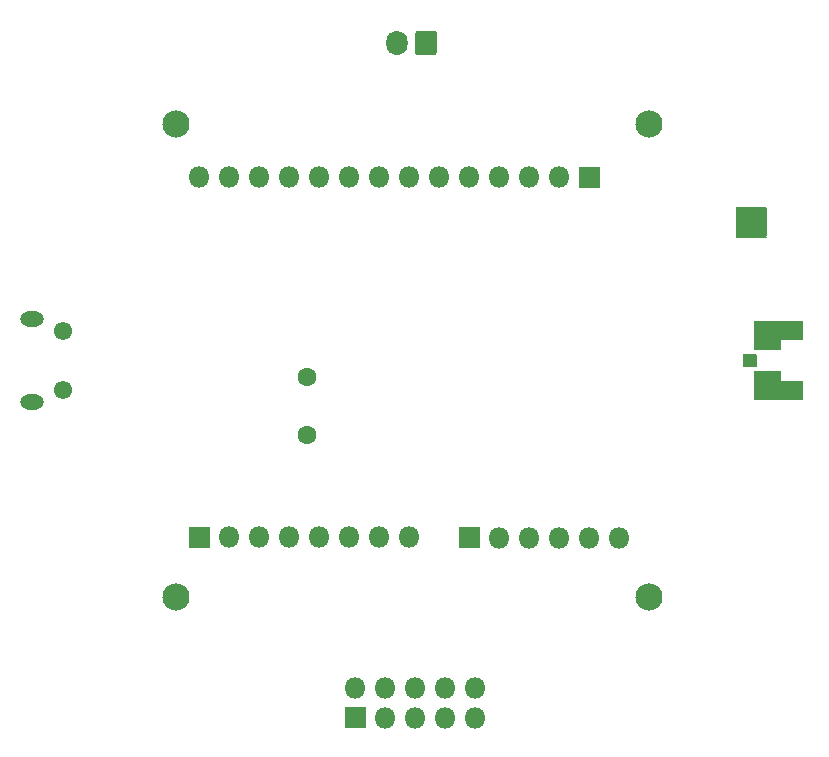
<source format=gbs>
G04 #@! TF.GenerationSoftware,KiCad,Pcbnew,5.1.7+dfsg1-1~bpo10+1*
G04 #@! TF.CreationDate,2020-11-11T15:52:25-05:00*
G04 #@! TF.ProjectId,board,626f6172-642e-46b6-9963-61645f706362,rev?*
G04 #@! TF.SameCoordinates,Original*
G04 #@! TF.FileFunction,Soldermask,Bot*
G04 #@! TF.FilePolarity,Negative*
%FSLAX46Y46*%
G04 Gerber Fmt 4.6, Leading zero omitted, Abs format (unit mm)*
G04 Created by KiCad (PCBNEW 5.1.7+dfsg1-1~bpo10+1) date 2020-11-11 15:52:25*
%MOMM*%
%LPD*%
G01*
G04 APERTURE LIST*
%ADD10O,1.801600X1.801600*%
%ADD11C,2.301600*%
%ADD12C,1.601600*%
%ADD13O,1.801600X2.101600*%
%ADD14C,1.101600*%
%ADD15O,2.001600X1.301600*%
%ADD16C,1.551600*%
%ADD17C,0.100000*%
G04 APERTURE END LIST*
G36*
G01*
X164136000Y-83559200D02*
X165836000Y-83559200D01*
G75*
G02*
X165886800Y-83610000I0J-50800D01*
G01*
X165886800Y-85310000D01*
G75*
G02*
X165836000Y-85360800I-50800J0D01*
G01*
X164136000Y-85360800D01*
G75*
G02*
X164085200Y-85310000I0J50800D01*
G01*
X164085200Y-83610000D01*
G75*
G02*
X164136000Y-83559200I50800J0D01*
G01*
G37*
D10*
X162446000Y-84460000D03*
X159906000Y-84460000D03*
X157366000Y-84460000D03*
X154826000Y-84460000D03*
X152286000Y-84460000D03*
X149746000Y-84460000D03*
X147206000Y-84460000D03*
X144666000Y-84460000D03*
X142126000Y-84460000D03*
X139586000Y-84460000D03*
X137046000Y-84460000D03*
X134506000Y-84460000D03*
X131966000Y-84460000D03*
D11*
X130000000Y-120000000D03*
X170000000Y-120000000D03*
X130000000Y-80000000D03*
X170000000Y-80000000D03*
D12*
X141110000Y-106277000D03*
X141110000Y-101397000D03*
D13*
X148668400Y-73101400D03*
G36*
G01*
X152069200Y-72315541D02*
X152069200Y-73887259D01*
G75*
G02*
X151804259Y-74152200I-264941J0D01*
G01*
X150532541Y-74152200D01*
G75*
G02*
X150267600Y-73887259I0J264941D01*
G01*
X150267600Y-72315541D01*
G75*
G02*
X150532541Y-72050600I264941J0D01*
G01*
X151804259Y-72050600D01*
G75*
G02*
X152069200Y-72315541I0J-264941D01*
G01*
G37*
D10*
X155334000Y-127686000D03*
X155334000Y-130226000D03*
X152794000Y-127686000D03*
X152794000Y-130226000D03*
X150254000Y-127686000D03*
X150254000Y-130226000D03*
X147714000Y-127686000D03*
X147714000Y-130226000D03*
X145174000Y-127686000D03*
G36*
G01*
X146024000Y-131126800D02*
X144324000Y-131126800D01*
G75*
G02*
X144273200Y-131076000I0J50800D01*
G01*
X144273200Y-129376000D01*
G75*
G02*
X144324000Y-129325200I50800J0D01*
G01*
X146024000Y-129325200D01*
G75*
G02*
X146074800Y-129376000I0J-50800D01*
G01*
X146074800Y-131076000D01*
G75*
G02*
X146024000Y-131126800I-50800J0D01*
G01*
G37*
D14*
X178550000Y-100000000D03*
G36*
G01*
X178040000Y-99449200D02*
X179090000Y-99449200D01*
G75*
G02*
X179140800Y-99500000I0J-50800D01*
G01*
X179140800Y-100500000D01*
G75*
G02*
X179090000Y-100550800I-50800J0D01*
G01*
X178040000Y-100550800D01*
G75*
G02*
X177989200Y-100500000I0J50800D01*
G01*
X177989200Y-99500000D01*
G75*
G02*
X178040000Y-99449200I50800J0D01*
G01*
G37*
G36*
G01*
X178970000Y-97949200D02*
X181170000Y-97949200D01*
G75*
G02*
X181220800Y-98000000I0J-50800D01*
G01*
X181220800Y-99050000D01*
G75*
G02*
X181170000Y-99100800I-50800J0D01*
G01*
X178970000Y-99100800D01*
G75*
G02*
X178919200Y-99050000I0J50800D01*
G01*
X178919200Y-98000000D01*
G75*
G02*
X178970000Y-97949200I50800J0D01*
G01*
G37*
G36*
G01*
X178970000Y-100899200D02*
X181170000Y-100899200D01*
G75*
G02*
X181220800Y-100950000I0J-50800D01*
G01*
X181220800Y-102000000D01*
G75*
G02*
X181170000Y-102050800I-50800J0D01*
G01*
X178970000Y-102050800D01*
G75*
G02*
X178919200Y-102000000I0J50800D01*
G01*
X178919200Y-100950000D01*
G75*
G02*
X178970000Y-100899200I50800J0D01*
G01*
G37*
G36*
G01*
X178968000Y-96647200D02*
X183032000Y-96647200D01*
G75*
G02*
X183082800Y-96698000I0J-50800D01*
G01*
X183082800Y-98222000D01*
G75*
G02*
X183032000Y-98272800I-50800J0D01*
G01*
X178968000Y-98272800D01*
G75*
G02*
X178917200Y-98222000I0J50800D01*
G01*
X178917200Y-96698000D01*
G75*
G02*
X178968000Y-96647200I50800J0D01*
G01*
G37*
G36*
G01*
X178968000Y-101727200D02*
X183032000Y-101727200D01*
G75*
G02*
X183082800Y-101778000I0J-50800D01*
G01*
X183082800Y-103302000D01*
G75*
G02*
X183032000Y-103352800I-50800J0D01*
G01*
X178968000Y-103352800D01*
G75*
G02*
X178917200Y-103302000I0J50800D01*
G01*
X178917200Y-101778000D01*
G75*
G02*
X178968000Y-101727200I50800J0D01*
G01*
G37*
D15*
X117762500Y-103500000D03*
X117762500Y-96500000D03*
D16*
X120462500Y-102500000D03*
X120462500Y-97500000D03*
G36*
G01*
X132816000Y-115861400D02*
X131116000Y-115861400D01*
G75*
G02*
X131065200Y-115810600I0J50800D01*
G01*
X131065200Y-114110600D01*
G75*
G02*
X131116000Y-114059800I50800J0D01*
G01*
X132816000Y-114059800D01*
G75*
G02*
X132866800Y-114110600I0J-50800D01*
G01*
X132866800Y-115810600D01*
G75*
G02*
X132816000Y-115861400I-50800J0D01*
G01*
G37*
D10*
X134506000Y-114960600D03*
X137046000Y-114960600D03*
X139586000Y-114960600D03*
X142126000Y-114960600D03*
X144666000Y-114960600D03*
X147206000Y-114960600D03*
X149746000Y-114960600D03*
G36*
G01*
X155676000Y-115886800D02*
X153976000Y-115886800D01*
G75*
G02*
X153925200Y-115836000I0J50800D01*
G01*
X153925200Y-114136000D01*
G75*
G02*
X153976000Y-114085200I50800J0D01*
G01*
X155676000Y-114085200D01*
G75*
G02*
X155726800Y-114136000I0J-50800D01*
G01*
X155726800Y-115836000D01*
G75*
G02*
X155676000Y-115886800I-50800J0D01*
G01*
G37*
X157366000Y-114986000D03*
X159906000Y-114986000D03*
X162446000Y-114986000D03*
X164986000Y-114986000D03*
X167526000Y-114986000D03*
G36*
G01*
X177376200Y-89381841D02*
X177376200Y-87250159D01*
G75*
G02*
X177636159Y-86990200I259959J0D01*
G01*
X179767841Y-86990200D01*
G75*
G02*
X180027800Y-87250159I0J-259959D01*
G01*
X180027800Y-89381841D01*
G75*
G02*
X179767841Y-89641800I-259959J0D01*
G01*
X177636159Y-89641800D01*
G75*
G02*
X177376200Y-89381841I0J259959D01*
G01*
G37*
D17*
G36*
X177378190Y-89381645D02*
G01*
X177383165Y-89432161D01*
X177397845Y-89480554D01*
X177421682Y-89525150D01*
X177453761Y-89564239D01*
X177492850Y-89596318D01*
X177537446Y-89620155D01*
X177585839Y-89634835D01*
X177636355Y-89639810D01*
X177637981Y-89640975D01*
X177637785Y-89642965D01*
X177636159Y-89643800D01*
X177541810Y-89643800D01*
X177541614Y-89643790D01*
X177504483Y-89640133D01*
X177504098Y-89640057D01*
X177474291Y-89631015D01*
X177473929Y-89630865D01*
X177446470Y-89616188D01*
X177446144Y-89615970D01*
X177422067Y-89596210D01*
X177421790Y-89595933D01*
X177402030Y-89571856D01*
X177401812Y-89571530D01*
X177387135Y-89544071D01*
X177386985Y-89543709D01*
X177377943Y-89513902D01*
X177377867Y-89513517D01*
X177374210Y-89476386D01*
X177374200Y-89476190D01*
X177374200Y-89381841D01*
X177375200Y-89380109D01*
X177377200Y-89380109D01*
X177378190Y-89381645D01*
G37*
G36*
X180028965Y-89380215D02*
G01*
X180029800Y-89381841D01*
X180029800Y-89476190D01*
X180029790Y-89476386D01*
X180026133Y-89513517D01*
X180026057Y-89513902D01*
X180017015Y-89543709D01*
X180016865Y-89544071D01*
X180002188Y-89571530D01*
X180001970Y-89571856D01*
X179982210Y-89595933D01*
X179981933Y-89596210D01*
X179957856Y-89615970D01*
X179957530Y-89616188D01*
X179930071Y-89630865D01*
X179929709Y-89631015D01*
X179899902Y-89640057D01*
X179899517Y-89640133D01*
X179862386Y-89643790D01*
X179862190Y-89643800D01*
X179767841Y-89643800D01*
X179766109Y-89642800D01*
X179766109Y-89640800D01*
X179767645Y-89639810D01*
X179818161Y-89634835D01*
X179866554Y-89620155D01*
X179911150Y-89596318D01*
X179950239Y-89564239D01*
X179982318Y-89525150D01*
X180006155Y-89480554D01*
X180020835Y-89432161D01*
X180025810Y-89381645D01*
X180026975Y-89380019D01*
X180028965Y-89380215D01*
G37*
G36*
X177637891Y-86989200D02*
G01*
X177637891Y-86991200D01*
X177636355Y-86992190D01*
X177585839Y-86997165D01*
X177537446Y-87011845D01*
X177492850Y-87035682D01*
X177453761Y-87067761D01*
X177421682Y-87106850D01*
X177397845Y-87151446D01*
X177383165Y-87199839D01*
X177378190Y-87250355D01*
X177377025Y-87251981D01*
X177375035Y-87251785D01*
X177374200Y-87250159D01*
X177374200Y-87155810D01*
X177374210Y-87155614D01*
X177377867Y-87118483D01*
X177377943Y-87118098D01*
X177386985Y-87088291D01*
X177387135Y-87087929D01*
X177401812Y-87060470D01*
X177402030Y-87060144D01*
X177421790Y-87036067D01*
X177422067Y-87035790D01*
X177446144Y-87016030D01*
X177446470Y-87015812D01*
X177473929Y-87001135D01*
X177474291Y-87000985D01*
X177504098Y-86991943D01*
X177504483Y-86991867D01*
X177541614Y-86988210D01*
X177541810Y-86988200D01*
X177636159Y-86988200D01*
X177637891Y-86989200D01*
G37*
G36*
X179862386Y-86988210D02*
G01*
X179899517Y-86991867D01*
X179899902Y-86991943D01*
X179929709Y-87000985D01*
X179930071Y-87001135D01*
X179957530Y-87015812D01*
X179957856Y-87016030D01*
X179981933Y-87035790D01*
X179982210Y-87036067D01*
X180001970Y-87060144D01*
X180002188Y-87060470D01*
X180016865Y-87087929D01*
X180017015Y-87088291D01*
X180026057Y-87118098D01*
X180026133Y-87118483D01*
X180029790Y-87155614D01*
X180029800Y-87155810D01*
X180029800Y-87250159D01*
X180028800Y-87251891D01*
X180026800Y-87251891D01*
X180025810Y-87250355D01*
X180020835Y-87199839D01*
X180006155Y-87151446D01*
X179982318Y-87106850D01*
X179950239Y-87067761D01*
X179911150Y-87035682D01*
X179866554Y-87011845D01*
X179818161Y-86997165D01*
X179767645Y-86992190D01*
X179766019Y-86991025D01*
X179766215Y-86989035D01*
X179767841Y-86988200D01*
X179862190Y-86988200D01*
X179862386Y-86988210D01*
G37*
G36*
X152070365Y-73885633D02*
G01*
X152071200Y-73887259D01*
X152071200Y-73969354D01*
X152071190Y-73969550D01*
X152067202Y-74010047D01*
X152067126Y-74010432D01*
X152057105Y-74043466D01*
X152056955Y-74043828D01*
X152040682Y-74074272D01*
X152040464Y-74074598D01*
X152018563Y-74101286D01*
X152018286Y-74101563D01*
X151991598Y-74123464D01*
X151991272Y-74123682D01*
X151960828Y-74139955D01*
X151960466Y-74140105D01*
X151927432Y-74150126D01*
X151927047Y-74150202D01*
X151886550Y-74154190D01*
X151886354Y-74154200D01*
X151804259Y-74154200D01*
X151802527Y-74153200D01*
X151802527Y-74151200D01*
X151804063Y-74150210D01*
X151855551Y-74145139D01*
X151904879Y-74130176D01*
X151950336Y-74105878D01*
X151990180Y-74073180D01*
X152022878Y-74033336D01*
X152047176Y-73987879D01*
X152062139Y-73938551D01*
X152067210Y-73887063D01*
X152068375Y-73885437D01*
X152070365Y-73885633D01*
G37*
G36*
X150269590Y-73887063D02*
G01*
X150274661Y-73938551D01*
X150289624Y-73987879D01*
X150313922Y-74033336D01*
X150346620Y-74073180D01*
X150386464Y-74105878D01*
X150431921Y-74130176D01*
X150481249Y-74145139D01*
X150532737Y-74150210D01*
X150534363Y-74151375D01*
X150534167Y-74153365D01*
X150532541Y-74154200D01*
X150450446Y-74154200D01*
X150450250Y-74154190D01*
X150409753Y-74150202D01*
X150409368Y-74150126D01*
X150376334Y-74140105D01*
X150375972Y-74139955D01*
X150345528Y-74123682D01*
X150345202Y-74123464D01*
X150318514Y-74101563D01*
X150318237Y-74101286D01*
X150296336Y-74074598D01*
X150296118Y-74074272D01*
X150279845Y-74043828D01*
X150279695Y-74043466D01*
X150269674Y-74010432D01*
X150269598Y-74010047D01*
X150265610Y-73969550D01*
X150265600Y-73969354D01*
X150265600Y-73887259D01*
X150266600Y-73885527D01*
X150268600Y-73885527D01*
X150269590Y-73887063D01*
G37*
G36*
X150534273Y-72049600D02*
G01*
X150534273Y-72051600D01*
X150532737Y-72052590D01*
X150481249Y-72057661D01*
X150431921Y-72072624D01*
X150386464Y-72096922D01*
X150346620Y-72129620D01*
X150313922Y-72169464D01*
X150289624Y-72214921D01*
X150274661Y-72264249D01*
X150269590Y-72315737D01*
X150268425Y-72317363D01*
X150266435Y-72317167D01*
X150265600Y-72315541D01*
X150265600Y-72233446D01*
X150265610Y-72233250D01*
X150269598Y-72192753D01*
X150269674Y-72192368D01*
X150279695Y-72159334D01*
X150279845Y-72158972D01*
X150296118Y-72128528D01*
X150296336Y-72128202D01*
X150318237Y-72101514D01*
X150318514Y-72101237D01*
X150345202Y-72079336D01*
X150345528Y-72079118D01*
X150375972Y-72062845D01*
X150376334Y-72062695D01*
X150409368Y-72052674D01*
X150409753Y-72052598D01*
X150450250Y-72048610D01*
X150450446Y-72048600D01*
X150532541Y-72048600D01*
X150534273Y-72049600D01*
G37*
G36*
X151886550Y-72048610D02*
G01*
X151927047Y-72052598D01*
X151927432Y-72052674D01*
X151960466Y-72062695D01*
X151960828Y-72062845D01*
X151991272Y-72079118D01*
X151991598Y-72079336D01*
X152018286Y-72101237D01*
X152018563Y-72101514D01*
X152040464Y-72128202D01*
X152040682Y-72128528D01*
X152056955Y-72158972D01*
X152057105Y-72159334D01*
X152067126Y-72192368D01*
X152067202Y-72192753D01*
X152071190Y-72233250D01*
X152071200Y-72233446D01*
X152071200Y-72315541D01*
X152070200Y-72317273D01*
X152068200Y-72317273D01*
X152067210Y-72315737D01*
X152062139Y-72264249D01*
X152047176Y-72214921D01*
X152022878Y-72169464D01*
X151990180Y-72129620D01*
X151950336Y-72096922D01*
X151904879Y-72072624D01*
X151855551Y-72057661D01*
X151804063Y-72052590D01*
X151802437Y-72051425D01*
X151802633Y-72049435D01*
X151804259Y-72048600D01*
X151886354Y-72048600D01*
X151886550Y-72048610D01*
G37*
M02*

</source>
